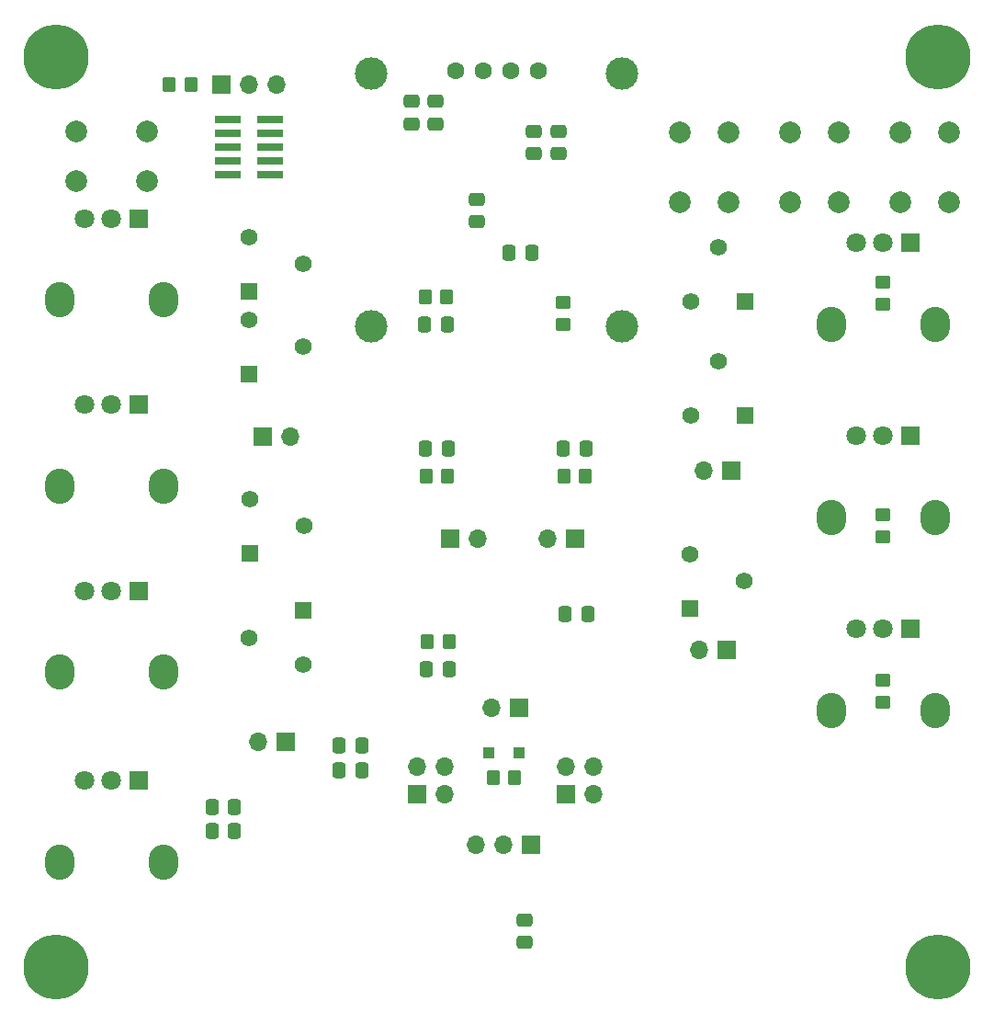
<source format=gbr>
%TF.GenerationSoftware,KiCad,Pcbnew,7.0.1-3b83917a11~172~ubuntu22.04.1*%
%TF.CreationDate,2023-04-03T22:42:06+01:00*%
%TF.ProjectId,adsr_vca_fx,61647372-5f76-4636-915f-66782e6b6963,rev?*%
%TF.SameCoordinates,Original*%
%TF.FileFunction,Soldermask,Bot*%
%TF.FilePolarity,Negative*%
%FSLAX46Y46*%
G04 Gerber Fmt 4.6, Leading zero omitted, Abs format (unit mm)*
G04 Created by KiCad (PCBNEW 7.0.1-3b83917a11~172~ubuntu22.04.1) date 2023-04-03 22:42:06*
%MOMM*%
%LPD*%
G01*
G04 APERTURE LIST*
G04 Aperture macros list*
%AMRoundRect*
0 Rectangle with rounded corners*
0 $1 Rounding radius*
0 $2 $3 $4 $5 $6 $7 $8 $9 X,Y pos of 4 corners*
0 Add a 4 corners polygon primitive as box body*
4,1,4,$2,$3,$4,$5,$6,$7,$8,$9,$2,$3,0*
0 Add four circle primitives for the rounded corners*
1,1,$1+$1,$2,$3*
1,1,$1+$1,$4,$5*
1,1,$1+$1,$6,$7*
1,1,$1+$1,$8,$9*
0 Add four rect primitives between the rounded corners*
20,1,$1+$1,$2,$3,$4,$5,0*
20,1,$1+$1,$4,$5,$6,$7,0*
20,1,$1+$1,$6,$7,$8,$9,0*
20,1,$1+$1,$8,$9,$2,$3,0*%
G04 Aperture macros list end*
%ADD10R,1.700000X1.700000*%
%ADD11O,1.700000X1.700000*%
%ADD12C,2.000000*%
%ADD13C,6.000000*%
%ADD14R,1.560000X1.560000*%
%ADD15C,1.560000*%
%ADD16O,2.720000X3.240000*%
%ADD17R,1.800000X1.800000*%
%ADD18C,1.800000*%
%ADD19C,3.000000*%
%ADD20C,1.600000*%
%ADD21RoundRect,0.250000X-0.450000X0.350000X-0.450000X-0.350000X0.450000X-0.350000X0.450000X0.350000X0*%
%ADD22RoundRect,0.250000X0.337500X0.475000X-0.337500X0.475000X-0.337500X-0.475000X0.337500X-0.475000X0*%
%ADD23RoundRect,0.250000X-0.475000X0.337500X-0.475000X-0.337500X0.475000X-0.337500X0.475000X0.337500X0*%
%ADD24RoundRect,0.250000X-0.337500X-0.475000X0.337500X-0.475000X0.337500X0.475000X-0.337500X0.475000X0*%
%ADD25RoundRect,0.250000X0.475000X-0.337500X0.475000X0.337500X-0.475000X0.337500X-0.475000X-0.337500X0*%
%ADD26RoundRect,0.250000X-0.350000X-0.450000X0.350000X-0.450000X0.350000X0.450000X-0.350000X0.450000X0*%
%ADD27RoundRect,0.250000X0.350000X0.450000X-0.350000X0.450000X-0.350000X-0.450000X0.350000X-0.450000X0*%
%ADD28RoundRect,0.250000X0.300000X0.300000X-0.300000X0.300000X-0.300000X-0.300000X0.300000X-0.300000X0*%
%ADD29R,2.400000X0.740000*%
G04 APERTURE END LIST*
D10*
%TO.C,J1*%
X123784600Y-127152400D03*
D11*
X121244600Y-127152400D03*
X118704600Y-127152400D03*
%TD*%
D12*
%TO.C,SW2*%
X137450000Y-68020000D03*
X137450000Y-61520000D03*
X141950000Y-68020000D03*
X141950000Y-61520000D03*
%TD*%
D13*
%TO.C,H3*%
X161290000Y-138430000D03*
%TD*%
D10*
%TO.C,J3*%
X113284000Y-122488750D03*
D11*
X113284000Y-119948750D03*
X115824000Y-122488750D03*
X115824000Y-119948750D03*
%TD*%
D14*
%TO.C,RV1*%
X102790000Y-105587600D03*
D15*
X97790000Y-108087600D03*
X102790000Y-110587600D03*
%TD*%
D16*
%TO.C,RV3*%
X161010000Y-97025000D03*
X151410000Y-97025000D03*
D17*
X158710000Y-89525000D03*
D18*
X156210000Y-89525000D03*
X153710000Y-89525000D03*
%TD*%
D16*
%TO.C,RV4*%
X161010000Y-114805000D03*
X151410000Y-114805000D03*
D17*
X158710000Y-107305000D03*
D18*
X156210000Y-107305000D03*
X153710000Y-107305000D03*
%TD*%
D11*
%TO.C,J5*%
X139294000Y-109220000D03*
D10*
X141834000Y-109220000D03*
%TD*%
%TO.C,JP1*%
X101142800Y-117652800D03*
D11*
X98602800Y-117652800D03*
%TD*%
D16*
%TO.C,RV12*%
X89890000Y-111275000D03*
X80290000Y-111275000D03*
D17*
X87590000Y-103775000D03*
D18*
X85090000Y-103775000D03*
X82590000Y-103775000D03*
%TD*%
D10*
%TO.C,J9*%
X127787800Y-98943600D03*
D11*
X125247800Y-98943600D03*
%TD*%
D12*
%TO.C,SW3*%
X147610000Y-68020000D03*
X147610000Y-61520000D03*
X152110000Y-68020000D03*
X152110000Y-61520000D03*
%TD*%
D14*
%TO.C,RV6*%
X143510000Y-77170000D03*
D15*
X141010000Y-72170000D03*
X138510000Y-77170000D03*
%TD*%
D10*
%TO.C,J10*%
X116347500Y-98948000D03*
D11*
X118887500Y-98948000D03*
%TD*%
D14*
%TO.C,RV8*%
X138430000Y-105370000D03*
D15*
X143430000Y-102870000D03*
X138430000Y-100370000D03*
%TD*%
D13*
%TO.C,H1*%
X161290000Y-54610000D03*
%TD*%
D16*
%TO.C,RV11*%
X89890000Y-76969000D03*
X80290000Y-76969000D03*
D17*
X87590000Y-69469000D03*
D18*
X85090000Y-69469000D03*
X82590000Y-69469000D03*
%TD*%
D10*
%TO.C,J8*%
X142240000Y-92710000D03*
D11*
X139700000Y-92710000D03*
%TD*%
D16*
%TO.C,RV13*%
X89890000Y-94130000D03*
X80290000Y-94130000D03*
D17*
X87590000Y-86630000D03*
D18*
X85090000Y-86630000D03*
X82590000Y-86630000D03*
%TD*%
D16*
%TO.C,RV14*%
X89890000Y-128775000D03*
X80290000Y-128775000D03*
D17*
X87590000Y-121275000D03*
D18*
X85090000Y-121275000D03*
X82590000Y-121275000D03*
%TD*%
D12*
%TO.C,SW1*%
X81840000Y-61504000D03*
X88340000Y-61504000D03*
X81840000Y-66004000D03*
X88340000Y-66004000D03*
%TD*%
D14*
%TO.C,RV9*%
X97790000Y-83812000D03*
D15*
X102790000Y-81312000D03*
X97790000Y-78812000D03*
%TD*%
D14*
%TO.C,RV7*%
X97870000Y-100290000D03*
D15*
X102870000Y-97790000D03*
X97870000Y-95290000D03*
%TD*%
D13*
%TO.C,H4*%
X80010000Y-138430000D03*
%TD*%
D14*
%TO.C,RV5*%
X97790000Y-76192000D03*
D15*
X102790000Y-73692000D03*
X97790000Y-71192000D03*
%TD*%
D12*
%TO.C,SW4*%
X157770000Y-68020000D03*
X157770000Y-61520000D03*
X162270000Y-68020000D03*
X162270000Y-61520000D03*
%TD*%
D16*
%TO.C,RV2*%
X161010000Y-79245000D03*
X151410000Y-79245000D03*
D17*
X158710000Y-71745000D03*
D18*
X156210000Y-71745000D03*
X153710000Y-71745000D03*
%TD*%
D10*
%TO.C,J2*%
X127000000Y-122488750D03*
D11*
X127000000Y-119948750D03*
X129540000Y-122488750D03*
X129540000Y-119948750D03*
%TD*%
D14*
%TO.C,RV10*%
X143510000Y-87630000D03*
D15*
X141010000Y-82630000D03*
X138510000Y-87630000D03*
%TD*%
D10*
%TO.C,J7*%
X99060000Y-89567000D03*
D11*
X101600000Y-89567000D03*
%TD*%
D19*
%TO.C,J11*%
X109066200Y-56162400D03*
X109066200Y-79451200D03*
X132129400Y-56162400D03*
X132129400Y-79400400D03*
D20*
X116787800Y-55880000D03*
X119327800Y-55880000D03*
X121867800Y-55880000D03*
X124453800Y-55880000D03*
%TD*%
D13*
%TO.C,H2*%
X80010000Y-54610000D03*
%TD*%
D10*
%TO.C,J4*%
X122682000Y-114554000D03*
D11*
X120142000Y-114554000D03*
%TD*%
D21*
%TO.C,R4*%
X156210000Y-112030000D03*
X156210000Y-114030000D03*
%TD*%
D22*
%TO.C,C12*%
X116037000Y-79263000D03*
X113962000Y-79263000D03*
%TD*%
D23*
%TO.C,C9*%
X112776000Y-58677900D03*
X112776000Y-60752900D03*
%TD*%
D21*
%TO.C,R2*%
X156210000Y-75363000D03*
X156210000Y-77363000D03*
%TD*%
%TO.C,R14*%
X126746000Y-77232000D03*
X126746000Y-79232000D03*
%TD*%
D22*
%TO.C,C22*%
X96444500Y-123698000D03*
X94369500Y-123698000D03*
%TD*%
D23*
%TO.C,C6*%
X118770800Y-67705500D03*
X118770800Y-69780500D03*
%TD*%
D24*
%TO.C,C21*%
X94369500Y-125857000D03*
X96444500Y-125857000D03*
%TD*%
%TO.C,C10*%
X126740000Y-90693000D03*
X128815000Y-90693000D03*
%TD*%
D23*
%TO.C,C8*%
X114935000Y-58677900D03*
X114935000Y-60752900D03*
%TD*%
D25*
%TO.C,C23*%
X123190000Y-136158500D03*
X123190000Y-134083500D03*
%TD*%
D23*
%TO.C,C7*%
X126340000Y-61457100D03*
X126340000Y-63532100D03*
%TD*%
D24*
%TO.C,C4*%
X106111523Y-118042500D03*
X108186523Y-118042500D03*
%TD*%
D26*
%TO.C,R1*%
X114188500Y-108473000D03*
X116188500Y-108473000D03*
%TD*%
D24*
%TO.C,C2*%
X114151000Y-111013000D03*
X116226000Y-111013000D03*
%TD*%
D26*
%TO.C,R16*%
X114077500Y-93233000D03*
X116077500Y-93233000D03*
%TD*%
%TO.C,R25*%
X120269000Y-120964750D03*
X122269000Y-120964750D03*
%TD*%
D24*
%TO.C,C11*%
X114040000Y-90693000D03*
X116115000Y-90693000D03*
%TD*%
D26*
%TO.C,R13*%
X113999500Y-76723000D03*
X115999500Y-76723000D03*
%TD*%
D11*
%TO.C,J12*%
X100345000Y-57150000D03*
X97805000Y-57150000D03*
D10*
X95265000Y-57150000D03*
%TD*%
D23*
%TO.C,C5*%
X124054000Y-61457100D03*
X124054000Y-63532100D03*
%TD*%
D27*
%TO.C,R18*%
X128777500Y-93233000D03*
X126777500Y-93233000D03*
%TD*%
D28*
%TO.C,D3*%
X122685000Y-118678750D03*
X119885000Y-118678750D03*
%TD*%
D29*
%TO.C,J6*%
X95840000Y-65405000D03*
X99740000Y-65405000D03*
X95840000Y-64135000D03*
X99740000Y-64135000D03*
X95840000Y-62865000D03*
X99740000Y-62865000D03*
X95840000Y-61595000D03*
X99740000Y-61595000D03*
X95840000Y-60325000D03*
X99740000Y-60325000D03*
%TD*%
D24*
%TO.C,C1*%
X126916000Y-105933000D03*
X128991000Y-105933000D03*
%TD*%
D21*
%TO.C,R3*%
X156210000Y-96790000D03*
X156210000Y-98790000D03*
%TD*%
D24*
%TO.C,C13*%
X121746500Y-72680000D03*
X123821500Y-72680000D03*
%TD*%
D27*
%TO.C,R6*%
X92440000Y-57150000D03*
X90440000Y-57150000D03*
%TD*%
D24*
%TO.C,C3*%
X106111523Y-120287000D03*
X108186523Y-120287000D03*
%TD*%
M02*

</source>
